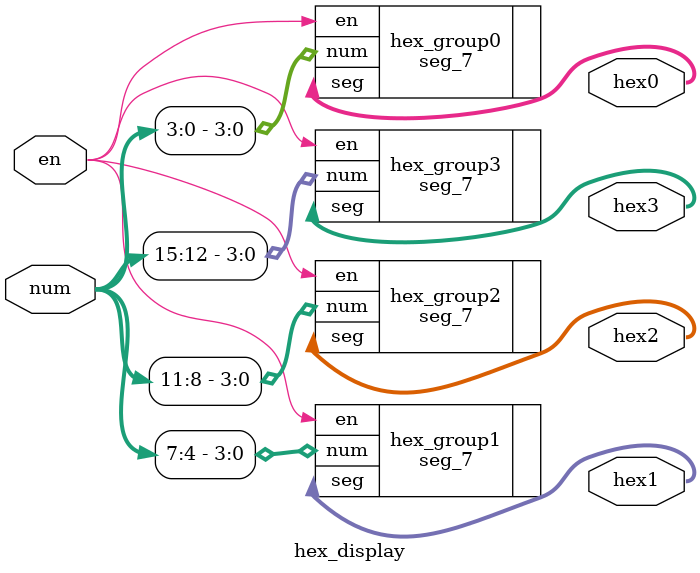
<source format=v>
/*
 *  Copyright (c) 2009  Zeus Gomez Marmolejo <zeus@opencores.org>
 *
 *  This file is part of the Zet processor. This processor is free
 *  hardware; you can redistribute it and/or modify it under the terms of
 *  the GNU General Public License as published by the Free Software
 *  Foundation; either version 3, or (at your option) any later version.
 *
 *  Zet is distrubuted in the hope that it will be useful, but WITHOUT
 *  ANY WARRANTY; without even the implied warranty of MERCHANTABILITY
 *  or FITNESS FOR A PARTICULAR PURPOSE. See the GNU General Public
 *  License for more details.
 *
 *  You should have received a copy of the GNU General Public License
 *  along with Zet; see the file COPYING. If not, see
 *  <http://www.gnu.org/licenses/>.
 */

module hex_display (
    input  [15:0] num,
    input         en,

    output [6:0] hex0,
    output [6:0] hex1,
    output [6:0] hex2,
    output [6:0] hex3
  );

  // Module instantiations
  seg_7 hex_group0 (
    .num (num[3:0]),
    .en  (en),
    .seg (hex0)
  );

  seg_7 hex_group1 (
    .num (num[7:4]),
    .en  (en),
    .seg (hex1)
  );

  seg_7 hex_group2 (
    .num (num[11:8]),
    .en  (en),
    .seg (hex2)
  );

  seg_7 hex_group3 (
    .num (num[15:12]),
    .en  (en),
    .seg (hex3)
  );

endmodule

</source>
